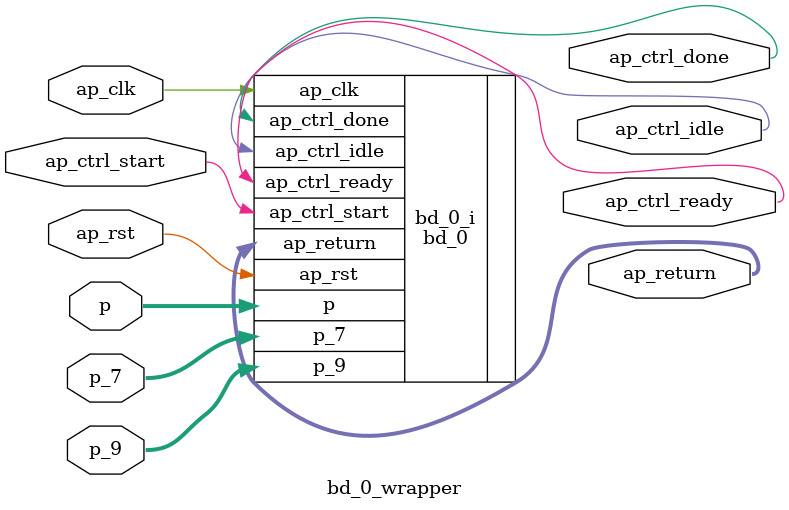
<source format=v>
`timescale 1 ps / 1 ps

module bd_0_wrapper
   (ap_clk,
    ap_ctrl_done,
    ap_ctrl_idle,
    ap_ctrl_ready,
    ap_ctrl_start,
    ap_return,
    ap_rst,
    p,
    p_7,
    p_9);
  input ap_clk;
  output ap_ctrl_done;
  output ap_ctrl_idle;
  output ap_ctrl_ready;
  input ap_ctrl_start;
  output [63:0]ap_return;
  input ap_rst;
  input [7:0]p;
  input [63:0]p_7;
  input [31:0]p_9;

  wire ap_clk;
  wire ap_ctrl_done;
  wire ap_ctrl_idle;
  wire ap_ctrl_ready;
  wire ap_ctrl_start;
  wire [63:0]ap_return;
  wire ap_rst;
  wire [7:0]p;
  wire [63:0]p_7;
  wire [31:0]p_9;

  bd_0 bd_0_i
       (.ap_clk(ap_clk),
        .ap_ctrl_done(ap_ctrl_done),
        .ap_ctrl_idle(ap_ctrl_idle),
        .ap_ctrl_ready(ap_ctrl_ready),
        .ap_ctrl_start(ap_ctrl_start),
        .ap_return(ap_return),
        .ap_rst(ap_rst),
        .p(p),
        .p_7(p_7),
        .p_9(p_9));
endmodule

</source>
